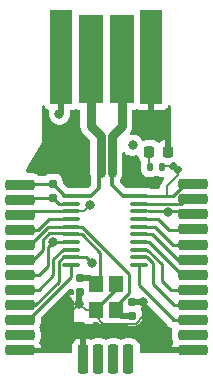
<source format=gbr>
%TF.GenerationSoftware,KiCad,Pcbnew,7.0.10*%
%TF.CreationDate,2024-05-20T03:00:15+05:30*%
%TF.ProjectId,nico-ch32v003-v1,6e69636f-2d63-4683-9332-763030332d76,1.0.1*%
%TF.SameCoordinates,Original*%
%TF.FileFunction,Copper,L1,Top*%
%TF.FilePolarity,Positive*%
%FSLAX46Y46*%
G04 Gerber Fmt 4.6, Leading zero omitted, Abs format (unit mm)*
G04 Created by KiCad (PCBNEW 7.0.10) date 2024-05-20 03:00:15*
%MOMM*%
%LPD*%
G01*
G04 APERTURE LIST*
G04 Aperture macros list*
%AMRoundRect*
0 Rectangle with rounded corners*
0 $1 Rounding radius*
0 $2 $3 $4 $5 $6 $7 $8 $9 X,Y pos of 4 corners*
0 Add a 4 corners polygon primitive as box body*
4,1,4,$2,$3,$4,$5,$6,$7,$8,$9,$2,$3,0*
0 Add four circle primitives for the rounded corners*
1,1,$1+$1,$2,$3*
1,1,$1+$1,$4,$5*
1,1,$1+$1,$6,$7*
1,1,$1+$1,$8,$9*
0 Add four rect primitives between the rounded corners*
20,1,$1+$1,$2,$3,$4,$5,0*
20,1,$1+$1,$4,$5,$6,$7,0*
20,1,$1+$1,$6,$7,$8,$9,0*
20,1,$1+$1,$8,$9,$2,$3,0*%
G04 Aperture macros list end*
%TA.AperFunction,SMDPad,CuDef*%
%ADD10RoundRect,0.160000X0.160000X-0.197500X0.160000X0.197500X-0.160000X0.197500X-0.160000X-0.197500X0*%
%TD*%
%TA.AperFunction,ComponentPad*%
%ADD11RoundRect,0.225000X1.025000X0.225000X-1.025000X0.225000X-1.025000X-0.225000X1.025000X-0.225000X0*%
%TD*%
%TA.AperFunction,SMDPad,CuDef*%
%ADD12R,1.200000X1.400000*%
%TD*%
%TA.AperFunction,SMDPad,CuDef*%
%ADD13RoundRect,0.135000X0.135000X0.185000X-0.135000X0.185000X-0.135000X-0.185000X0.135000X-0.185000X0*%
%TD*%
%TA.AperFunction,SMDPad,CuDef*%
%ADD14RoundRect,0.100000X-0.637500X-0.100000X0.637500X-0.100000X0.637500X0.100000X-0.637500X0.100000X0*%
%TD*%
%TA.AperFunction,ComponentPad*%
%ADD15RoundRect,0.225000X-0.225000X1.025000X-0.225000X-1.025000X0.225000X-1.025000X0.225000X1.025000X0*%
%TD*%
%TA.AperFunction,ComponentPad*%
%ADD16RoundRect,0.225000X-1.025000X-0.225000X1.025000X-0.225000X1.025000X0.225000X-1.025000X0.225000X0*%
%TD*%
%TA.AperFunction,SMDPad,CuDef*%
%ADD17RoundRect,0.155000X0.155000X-0.212500X0.155000X0.212500X-0.155000X0.212500X-0.155000X-0.212500X0*%
%TD*%
%TA.AperFunction,ConnectorPad*%
%ADD18R,1.900000X8.000000*%
%TD*%
%TA.AperFunction,ConnectorPad*%
%ADD19R,2.000000X7.500000*%
%TD*%
%TA.AperFunction,SMDPad,CuDef*%
%ADD20RoundRect,0.135000X0.226274X0.035355X0.035355X0.226274X-0.226274X-0.035355X-0.035355X-0.226274X0*%
%TD*%
%TA.AperFunction,SMDPad,CuDef*%
%ADD21RoundRect,0.155000X-0.155000X0.212500X-0.155000X-0.212500X0.155000X-0.212500X0.155000X0.212500X0*%
%TD*%
%TA.AperFunction,SMDPad,CuDef*%
%ADD22RoundRect,0.218750X0.218750X0.256250X-0.218750X0.256250X-0.218750X-0.256250X0.218750X-0.256250X0*%
%TD*%
%TA.AperFunction,ViaPad*%
%ADD23C,0.800000*%
%TD*%
%TA.AperFunction,Conductor*%
%ADD24C,0.200000*%
%TD*%
%TA.AperFunction,Conductor*%
%ADD25C,0.250000*%
%TD*%
%TA.AperFunction,Conductor*%
%ADD26C,0.500000*%
%TD*%
%TA.AperFunction,Conductor*%
%ADD27C,0.770000*%
%TD*%
%TA.AperFunction,Conductor*%
%ADD28C,0.350000*%
%TD*%
G04 APERTURE END LIST*
D10*
%TO.P,R1,1*%
%TO.N,DFZ*%
X96480400Y-62904700D03*
%TO.P,R1,2*%
%TO.N,D-*%
X96480400Y-61709700D03*
%TD*%
D11*
%TO.P,J3,1,Pin_1*%
%TO.N,GND*%
X93706000Y-75820000D03*
%TO.P,J3,2,Pin_2*%
%TO.N,+5V*%
X93686000Y-74510000D03*
%TO.P,J3,3,Pin_3*%
%TO.N,PC0*%
X93686000Y-73240000D03*
%TO.P,J3,4,Pin_4*%
%TO.N,+3.3V*%
X93686000Y-71970000D03*
%TO.P,J3,5,Pin_5*%
%TO.N,PD0*%
X93716000Y-70660000D03*
%TO.P,J3,6,Pin_6*%
%TO.N,GND*%
X93716000Y-69390000D03*
%TO.P,J3,7,Pin_7*%
%TO.N,OSCO*%
X93716000Y-68120000D03*
%TO.P,J3,8,Pin_8*%
%TO.N,OSCI*%
X93716000Y-66850000D03*
%TO.P,J3,9,Pin_9*%
%TO.N,PD7*%
X93716000Y-65580000D03*
%TO.P,J3,10,Pin_10*%
%TO.N,PD6*%
X93716000Y-64310000D03*
%TO.P,J3,11,Pin_11*%
%TO.N,DFZ*%
X93716000Y-63040000D03*
%TO.P,J3,12,Pin_12*%
%TO.N,D-*%
X93716000Y-61770000D03*
%TD*%
D12*
%TO.P,Y1,1,1*%
%TO.N,OSCI*%
X101814400Y-72416400D03*
%TO.P,Y1,2,2*%
%TO.N,GND*%
X101814400Y-70216400D03*
%TO.P,Y1,3,3*%
%TO.N,OSCO*%
X100114400Y-70216400D03*
%TO.P,Y1,4,4*%
%TO.N,GND*%
X100114400Y-72416400D03*
%TD*%
D13*
%TO.P,R2,1*%
%TO.N,Net-(JP1-B)*%
X105730000Y-60310000D03*
%TO.P,R2,2*%
%TO.N,Net-(D1-A)*%
X104710000Y-60310000D03*
%TD*%
D14*
%TO.P,U1,1,PD4*%
%TO.N,D-*%
X98037500Y-62735000D03*
%TO.P,U1,2,PD5*%
%TO.N,DFZ*%
X98037500Y-63385000D03*
%TO.P,U1,3,PD6*%
%TO.N,PD6*%
X98037500Y-64035000D03*
%TO.P,U1,4,PD7*%
%TO.N,PD7*%
X98037500Y-64685000D03*
%TO.P,U1,5,PA1*%
%TO.N,OSCI*%
X98037500Y-65335000D03*
%TO.P,U1,6,PA2*%
%TO.N,OSCO*%
X98037500Y-65985000D03*
%TO.P,U1,7,VSS*%
%TO.N,GND*%
X98037500Y-66635000D03*
%TO.P,U1,8,PD0*%
%TO.N,PD0*%
X98037500Y-67285000D03*
%TO.P,U1,9,VDD*%
%TO.N,+3.3V*%
X98037500Y-67935000D03*
%TO.P,U1,10,PC0*%
%TO.N,PC0*%
X98037500Y-68585000D03*
%TO.P,U1,11,PC1*%
%TO.N,PC1*%
X103762500Y-68585000D03*
%TO.P,U1,12,PC2*%
%TO.N,PC2*%
X103762500Y-67935000D03*
%TO.P,U1,13,PC3*%
%TO.N,PC3*%
X103762500Y-67285000D03*
%TO.P,U1,14,PC4*%
%TO.N,PC4*%
X103762500Y-66635000D03*
%TO.P,U1,15,PC5*%
%TO.N,PC5*%
X103762500Y-65985000D03*
%TO.P,U1,16,PC6*%
%TO.N,PC6*%
X103762500Y-65335000D03*
%TO.P,U1,17,PC7*%
%TO.N,PC7*%
X103762500Y-64685000D03*
%TO.P,U1,18,PD1*%
%TO.N,PD1*%
X103762500Y-64035000D03*
%TO.P,U1,19,PD2*%
%TO.N,PD2*%
X103762500Y-63385000D03*
%TO.P,U1,20,PD3*%
%TO.N,D+*%
X103762500Y-62735000D03*
%TD*%
D15*
%TO.P,J4,1,Pin_1*%
%TO.N,+3.3V*%
X102880000Y-76550000D03*
%TO.P,J4,2,Pin_2*%
%TO.N,PD1*%
X101610000Y-76550000D03*
%TO.P,J4,3,Pin_3*%
%TO.N,PD6*%
X100340000Y-76550000D03*
%TO.P,J4,4,Pin_4*%
%TO.N,GND*%
X99070000Y-76550000D03*
%TD*%
D16*
%TO.P,J2,1,Pin_1*%
%TO.N,D+*%
X108336000Y-61720000D03*
%TO.P,J2,2,Pin_2*%
%TO.N,PD2*%
X108356000Y-63030000D03*
%TO.P,J2,3,Pin_3*%
%TO.N,PD1*%
X108356000Y-64300000D03*
%TO.P,J2,4,Pin_4*%
%TO.N,PC7*%
X108356000Y-65570000D03*
%TO.P,J2,5,Pin_5*%
%TO.N,PC6*%
X108326000Y-66880000D03*
%TO.P,J2,6,Pin_6*%
%TO.N,PC5*%
X108326000Y-68150000D03*
%TO.P,J2,7,Pin_7*%
%TO.N,PC4*%
X108326000Y-69420000D03*
%TO.P,J2,8,Pin_8*%
%TO.N,PC3*%
X108326000Y-70690000D03*
%TO.P,J2,9,Pin_9*%
%TO.N,PC2*%
X108326000Y-71960000D03*
%TO.P,J2,10,Pin_10*%
%TO.N,PC1*%
X108326000Y-73230000D03*
%TO.P,J2,11,Pin_11*%
%TO.N,+3.3V*%
X108326000Y-74500000D03*
%TO.P,J2,12,Pin_12*%
%TO.N,GND*%
X108326000Y-75770000D03*
%TD*%
D17*
%TO.P,C2,1*%
%TO.N,GND*%
X98766400Y-70850300D03*
%TO.P,C2,2*%
%TO.N,OSCO*%
X98766400Y-69715300D03*
%TD*%
D18*
%TO.P,J1,1,VBUS*%
%TO.N,+5V*%
X97191600Y-50931500D03*
D19*
%TO.P,J1,2,D-*%
%TO.N,D-*%
X99701600Y-51181500D03*
%TO.P,J1,3,D+*%
%TO.N,D+*%
X102301600Y-51181500D03*
D18*
%TO.P,J1,4,GND*%
%TO.N,GND*%
X104811600Y-50931500D03*
%TD*%
D20*
%TO.P,JP1,1,A*%
%TO.N,D+*%
X107070000Y-60580000D03*
%TO.P,JP1,2,B*%
%TO.N,Net-(JP1-B)*%
X106666949Y-60176949D03*
%TD*%
D21*
%TO.P,C1,1*%
%TO.N,GND*%
X103186000Y-71747300D03*
%TO.P,C1,2*%
%TO.N,OSCI*%
X103186000Y-72882300D03*
%TD*%
D22*
%TO.P,D1,1,K*%
%TO.N,GND*%
X106227500Y-58980000D03*
%TO.P,D1,2,A*%
%TO.N,Net-(D1-A)*%
X104652500Y-58980000D03*
%TD*%
D23*
%TO.N,+5V*%
X97039200Y-55804800D03*
X103236800Y-58446400D03*
%TO.N,GND*%
X104151200Y-71756000D03*
X96480400Y-66625200D03*
X100114400Y-72416400D03*
X98715600Y-71857600D03*
X105420000Y-75470000D03*
X104964000Y-55855600D03*
X98461600Y-58395600D03*
X97110000Y-75210000D03*
X105420000Y-61480000D03*
X101814400Y-70216400D03*
%TO.N,+3.3V*%
X99782400Y-68454000D03*
%TO.N,PD1*%
X106200000Y-64110000D03*
%TO.N,PD6*%
X99614392Y-63509257D03*
%TD*%
D24*
%TO.N,D+*%
X107070000Y-61000000D02*
X107070000Y-60580000D01*
X106140000Y-62735000D02*
X106140000Y-61930000D01*
X106140000Y-61930000D02*
X107070000Y-61000000D01*
%TO.N,GND*%
X97320000Y-75000000D02*
X97110000Y-75210000D01*
X106227500Y-57119100D02*
X104964000Y-55855600D01*
X106227500Y-58980000D02*
X106227500Y-57119100D01*
%TO.N,Net-(D1-A)*%
X104652500Y-58980000D02*
X104652500Y-60252500D01*
X104652500Y-60252500D02*
X104710000Y-60310000D01*
%TO.N,Net-(JP1-B)*%
X105863051Y-60176949D02*
X105730000Y-60310000D01*
X106666949Y-60176949D02*
X105863051Y-60176949D01*
D25*
%TO.N,D+*%
X106140000Y-62735000D02*
X106673030Y-62735000D01*
X103762500Y-62735000D02*
X106140000Y-62735000D01*
D26*
%TO.N,+5V*%
X97191600Y-50931500D02*
X97191600Y-55652400D01*
X97191600Y-55652400D02*
X97039200Y-55804800D01*
%TO.N,GND*%
X98715600Y-70901100D02*
X98766400Y-70850300D01*
D24*
X104151200Y-72932362D02*
X103533762Y-73549800D01*
X104151200Y-71756000D02*
X104151200Y-72932362D01*
D25*
X98037500Y-66635000D02*
X96490200Y-66635000D01*
D26*
X98715600Y-71857600D02*
X98715600Y-70901100D01*
X104811600Y-50931500D02*
X104811600Y-55703200D01*
D24*
X100114400Y-72416400D02*
X99274400Y-72416400D01*
D25*
X100114400Y-72416400D02*
X100114400Y-72316400D01*
X96075000Y-68641000D02*
X95317885Y-69398115D01*
D26*
X103186000Y-71747300D02*
X104142500Y-71747300D01*
D24*
X100114400Y-72924400D02*
X100114400Y-72416400D01*
D25*
X100114400Y-72316400D02*
X101814400Y-70616400D01*
D24*
X100739800Y-73549800D02*
X100114400Y-72924400D01*
X97110000Y-73463200D02*
X97110000Y-75210000D01*
X103533762Y-73549800D02*
X100739800Y-73549800D01*
D25*
X95317885Y-69398115D02*
X94366096Y-69398115D01*
X96490200Y-66635000D02*
X96480400Y-66625200D01*
D26*
X100114400Y-72416400D02*
X100114400Y-72198300D01*
D24*
X98715600Y-71857600D02*
X97110000Y-73463200D01*
D26*
X104142500Y-71747300D02*
X104151200Y-71756000D01*
D25*
X96075000Y-67030600D02*
X96075000Y-68641000D01*
X96480400Y-66625200D02*
X96075000Y-67030600D01*
X101814400Y-70616400D02*
X101814400Y-70216400D01*
D24*
X99274400Y-72416400D02*
X98715600Y-71857600D01*
D26*
X104811600Y-55703200D02*
X104964000Y-55855600D01*
D25*
%TO.N,+3.3V*%
X96975000Y-68306188D02*
X96975000Y-70012262D01*
X99263400Y-67935000D02*
X98037500Y-67935000D01*
X96975000Y-70012262D02*
X95009237Y-71978025D01*
X99782400Y-68454000D02*
X99263400Y-67935000D01*
X95009237Y-71978025D02*
X94372493Y-71978025D01*
X97346188Y-67935000D02*
X96975000Y-68306188D01*
X98037500Y-67935000D02*
X97346188Y-67935000D01*
D27*
%TO.N,D-*%
X99701600Y-51181500D02*
X99701600Y-56806501D01*
D25*
X96480400Y-61709700D02*
X94439447Y-61709700D01*
X97505700Y-62735000D02*
X96480400Y-61709700D01*
D28*
X100392000Y-62053200D02*
X100392000Y-60982400D01*
D25*
X98037500Y-62735000D02*
X97505700Y-62735000D01*
D28*
X99710200Y-62735000D02*
X100392000Y-62053200D01*
D25*
X94439447Y-61709700D02*
X94369147Y-61780000D01*
X100392000Y-60982400D02*
X100540400Y-60834000D01*
D27*
X100540400Y-57645301D02*
X100540400Y-60834000D01*
D28*
X98037500Y-62735000D02*
X99710200Y-62735000D01*
D27*
X99701600Y-56806501D02*
X100540400Y-57645301D01*
%TO.N,D+*%
X102301600Y-51181500D02*
X102301600Y-56806501D01*
D28*
X101462800Y-61803200D02*
X101462800Y-60834000D01*
D25*
X106673030Y-62735000D02*
X107658607Y-61749423D01*
D28*
X103762500Y-62735000D02*
X102394600Y-62735000D01*
D27*
X101462800Y-57645301D02*
X101462800Y-60834000D01*
X102301600Y-56806501D02*
X101462800Y-57645301D01*
D28*
X102394600Y-62735000D02*
X101462800Y-61803200D01*
D25*
%TO.N,DFZ*%
X96960700Y-63385000D02*
X96480400Y-62904700D01*
X98037500Y-63385000D02*
X96960700Y-63385000D01*
X96480400Y-62904700D02*
X94514079Y-62904700D01*
X94514079Y-62904700D02*
X94368227Y-63050552D01*
%TO.N,OSCI*%
X98037500Y-65335000D02*
X98949400Y-65335000D01*
X94583349Y-66860550D02*
X94365468Y-66860550D01*
X102952787Y-70929895D02*
X101814400Y-72068282D01*
X101814400Y-72068282D02*
X101814400Y-72416400D01*
D26*
X101814400Y-72416400D02*
X102280300Y-72882300D01*
D25*
X96108899Y-65335000D02*
X94583349Y-66860550D01*
X102952787Y-69338387D02*
X102952787Y-70929895D01*
X98949400Y-65335000D02*
X102952787Y-69338387D01*
D26*
X102280300Y-72882300D02*
X103186000Y-72882300D01*
D25*
X98037500Y-65335000D02*
X96108899Y-65335000D01*
%TO.N,OSCO*%
X98037500Y-65985000D02*
X98963004Y-65985000D01*
X98963004Y-65985000D02*
X100507400Y-67529396D01*
D26*
X100114400Y-70216400D02*
X99613300Y-69715300D01*
D25*
X98037500Y-65985000D02*
X97952700Y-65900200D01*
X95625000Y-66455295D02*
X95625000Y-67319052D01*
X100507400Y-67529396D02*
X100507400Y-70361400D01*
X94814052Y-68130000D02*
X94364549Y-68130000D01*
X97952700Y-65900200D02*
X96180095Y-65900200D01*
D26*
X99613300Y-69715300D02*
X98766400Y-69715300D01*
D25*
X96180095Y-65900200D02*
X95625000Y-66455295D01*
X95625000Y-67319052D02*
X94814052Y-68130000D01*
%TO.N,PD2*%
X103762500Y-63385000D02*
X107332135Y-63385000D01*
X107332135Y-63385000D02*
X107657726Y-63059409D01*
D24*
%TO.N,PD1*%
X103762500Y-64035000D02*
X104540000Y-64035000D01*
D25*
X104540000Y-64035000D02*
X106125000Y-64035000D01*
X106200000Y-64110000D02*
X106275000Y-64035000D01*
X106275000Y-64035000D02*
X107362463Y-64035000D01*
X107362463Y-64035000D02*
X107656871Y-64329408D01*
X106125000Y-64035000D02*
X106200000Y-64110000D01*
%TO.N,PC7*%
X106315408Y-65599408D02*
X107656016Y-65599408D01*
X105401000Y-64685000D02*
X106315408Y-65599408D01*
X103762500Y-64685000D02*
X105401000Y-64685000D01*
%TO.N,PC6*%
X103762500Y-65335000D02*
X105101000Y-65335000D01*
X105101000Y-65335000D02*
X106675427Y-66909427D01*
X106675427Y-66909427D02*
X107655134Y-66909427D01*
%TO.N,PC5*%
X104865000Y-65985000D02*
X107059427Y-68179427D01*
X107059427Y-68179427D02*
X107654280Y-68179427D01*
X103762500Y-65985000D02*
X104865000Y-65985000D01*
%TO.N,PC4*%
X107400000Y-69450000D02*
X107653425Y-69450000D01*
X103762500Y-66635000D02*
X104585000Y-66635000D01*
X104585000Y-66635000D02*
X107400000Y-69450000D01*
%TO.N,PC3*%
X106459427Y-70719427D02*
X107652571Y-70719427D01*
X105690000Y-69950000D02*
X106459427Y-70719427D01*
X105690000Y-68521188D02*
X105690000Y-69950000D01*
X103762500Y-67285000D02*
X104453812Y-67285000D01*
X104453812Y-67285000D02*
X105690000Y-68521188D01*
%TO.N,PC2*%
X103762500Y-67935000D02*
X104453812Y-67935000D01*
X104960000Y-68441188D02*
X104960000Y-70180000D01*
X106769425Y-71989425D02*
X107651716Y-71989425D01*
X104453812Y-67935000D02*
X104960000Y-68441188D01*
X104960000Y-70180000D02*
X106769425Y-71989425D01*
%TO.N,PC1*%
X106729425Y-73259425D02*
X107650861Y-73259425D01*
X103762500Y-70292500D02*
X106729425Y-73259425D01*
D24*
X106656977Y-73331873D02*
X106729425Y-73259425D01*
D25*
X103762500Y-68585000D02*
X103762500Y-70292500D01*
%TO.N,PC0*%
X98037500Y-69586158D02*
X94375641Y-73248017D01*
X98037500Y-68585000D02*
X98037500Y-69586158D01*
%TO.N,PD0*%
X98037500Y-67285000D02*
X97346188Y-67285000D01*
X96525000Y-69431000D02*
X95287892Y-70668108D01*
X96525000Y-68106188D02*
X96525000Y-69431000D01*
X97346188Y-67285000D02*
X96525000Y-68106188D01*
X95287892Y-70668108D02*
X94369245Y-70668108D01*
%TO.N,PD7*%
X98037500Y-64685000D02*
X96122503Y-64685000D01*
X96122503Y-64685000D02*
X95216952Y-65590551D01*
X95216952Y-65590551D02*
X94366388Y-65590551D01*
D24*
%TO.N,PD6*%
X99088649Y-64035000D02*
X99614392Y-63509257D01*
D25*
X94652858Y-64035000D02*
X94367307Y-64320551D01*
X98037500Y-64035000D02*
X94652858Y-64035000D01*
D24*
X98037500Y-64035000D02*
X99088649Y-64035000D01*
%TD*%
%TA.AperFunction,Conductor*%
%TO.N,GND*%
G36*
X98196451Y-70619985D02*
G01*
X98242206Y-70672789D01*
X98253411Y-70723712D01*
X98254605Y-70975712D01*
X98235238Y-71042844D01*
X98182651Y-71088849D01*
X98130606Y-71100300D01*
X97956400Y-71100300D01*
X97956400Y-71128957D01*
X97959321Y-71166077D01*
X97959322Y-71166083D01*
X98005491Y-71324994D01*
X98005492Y-71324997D01*
X98089733Y-71467442D01*
X98089739Y-71467450D01*
X98206751Y-71584462D01*
X98209961Y-71586952D01*
X98211833Y-71589544D01*
X98212271Y-71589982D01*
X98212200Y-71590052D01*
X98250869Y-71643593D01*
X98257962Y-71684345D01*
X98264539Y-73071748D01*
X98266000Y-73380000D01*
X99026394Y-73381437D01*
X99093392Y-73401247D01*
X99125423Y-73431126D01*
X99157206Y-73473584D01*
X99157214Y-73473591D01*
X99272306Y-73559750D01*
X99272313Y-73559754D01*
X99407020Y-73609996D01*
X99407027Y-73609998D01*
X99466555Y-73616399D01*
X99466572Y-73616400D01*
X99864400Y-73616400D01*
X99864400Y-73507255D01*
X99884085Y-73440216D01*
X99936889Y-73394461D01*
X99988630Y-73383256D01*
X100240636Y-73383732D01*
X100307637Y-73403544D01*
X100353292Y-73456434D01*
X100364400Y-73507732D01*
X100364400Y-73616400D01*
X100762228Y-73616400D01*
X100762244Y-73616399D01*
X100821772Y-73609998D01*
X100821776Y-73609997D01*
X100920351Y-73573231D01*
X100990043Y-73568247D01*
X101007018Y-73573231D01*
X101106917Y-73610491D01*
X101106916Y-73610491D01*
X101113844Y-73611235D01*
X101166527Y-73616900D01*
X102110996Y-73616899D01*
X102139593Y-73620242D01*
X102164557Y-73626158D01*
X102192579Y-73632800D01*
X102192580Y-73632800D01*
X102199753Y-73633639D01*
X102199746Y-73633697D01*
X102207246Y-73634463D01*
X102207252Y-73634404D01*
X102214441Y-73635033D01*
X102214443Y-73635032D01*
X102214444Y-73635033D01*
X102289411Y-73632852D01*
X102293017Y-73632800D01*
X102619070Y-73632800D01*
X102682191Y-73650068D01*
X102768598Y-73701169D01*
X102768600Y-73701170D01*
X102768601Y-73701170D01*
X102768603Y-73701171D01*
X102927637Y-73747375D01*
X102927640Y-73747375D01*
X102927642Y-73747376D01*
X102964797Y-73750300D01*
X103407202Y-73750299D01*
X103444358Y-73747376D01*
X103603400Y-73701170D01*
X103745954Y-73616863D01*
X103863063Y-73499754D01*
X103947370Y-73357200D01*
X103993576Y-73198158D01*
X103996500Y-73161003D01*
X103996499Y-72603598D01*
X103993576Y-72566442D01*
X103947370Y-72407400D01*
X103929644Y-72377428D01*
X103912462Y-72309705D01*
X103929646Y-72251186D01*
X103946905Y-72222002D01*
X103946908Y-72221994D01*
X103993077Y-72063083D01*
X103993078Y-72063077D01*
X103995999Y-72025957D01*
X103996000Y-72025942D01*
X103996000Y-71997300D01*
X103680000Y-71997300D01*
X103612961Y-71977615D01*
X103567206Y-71924811D01*
X103556000Y-71873300D01*
X103556000Y-71621300D01*
X103575685Y-71554261D01*
X103628489Y-71508506D01*
X103680000Y-71497300D01*
X104031348Y-71497300D01*
X104098387Y-71516985D01*
X104119029Y-71533619D01*
X106052998Y-73467588D01*
X106079878Y-73507816D01*
X106132312Y-73634404D01*
X106132441Y-73634714D01*
X106228695Y-73760155D01*
X106354136Y-73856409D01*
X106500215Y-73916917D01*
X106500220Y-73916917D01*
X106508065Y-73919020D01*
X106507734Y-73920254D01*
X106564074Y-73945177D01*
X106602546Y-74003501D01*
X106603379Y-74073366D01*
X106601701Y-74078853D01*
X106585651Y-74127291D01*
X106575500Y-74226647D01*
X106575500Y-74773337D01*
X106575501Y-74773355D01*
X106585650Y-74872707D01*
X106585651Y-74872710D01*
X106638996Y-75033694D01*
X106638998Y-75033699D01*
X106661623Y-75070379D01*
X106680063Y-75137772D01*
X106661623Y-75200572D01*
X106639456Y-75236509D01*
X106639452Y-75236518D01*
X106586144Y-75397393D01*
X106576000Y-75496677D01*
X106576000Y-75520000D01*
X107649756Y-75520000D01*
X107716795Y-75539685D01*
X107762550Y-75592489D01*
X107773756Y-75644084D01*
X107773586Y-75896084D01*
X107753856Y-75963110D01*
X107701021Y-76008829D01*
X107649586Y-76020000D01*
X106559524Y-76020000D01*
X106534497Y-76033666D01*
X106508139Y-76036500D01*
X103954499Y-76036500D01*
X103887460Y-76016815D01*
X103841705Y-75964011D01*
X103830499Y-75912500D01*
X103830499Y-75476662D01*
X103830498Y-75476644D01*
X103820349Y-75377292D01*
X103820348Y-75377289D01*
X103767003Y-75216303D01*
X103766999Y-75216297D01*
X103766998Y-75216294D01*
X103677970Y-75071959D01*
X103677967Y-75071955D01*
X103558044Y-74952032D01*
X103558040Y-74952029D01*
X103413705Y-74863001D01*
X103413699Y-74862998D01*
X103413697Y-74862997D01*
X103413694Y-74862996D01*
X103252709Y-74809651D01*
X103153346Y-74799500D01*
X102606662Y-74799500D01*
X102606644Y-74799501D01*
X102507292Y-74809650D01*
X102507289Y-74809651D01*
X102346305Y-74862996D01*
X102346296Y-74863001D01*
X102310096Y-74885329D01*
X102242703Y-74903769D01*
X102179904Y-74885329D01*
X102155907Y-74870528D01*
X102143697Y-74862997D01*
X102143694Y-74862996D01*
X101982709Y-74809651D01*
X101883346Y-74799500D01*
X101336662Y-74799500D01*
X101336644Y-74799501D01*
X101237292Y-74809650D01*
X101237289Y-74809651D01*
X101076305Y-74862996D01*
X101076296Y-74863001D01*
X101040096Y-74885329D01*
X100972703Y-74903769D01*
X100909904Y-74885329D01*
X100885907Y-74870528D01*
X100873697Y-74862997D01*
X100873694Y-74862996D01*
X100712709Y-74809651D01*
X100613346Y-74799500D01*
X100066662Y-74799500D01*
X100066644Y-74799501D01*
X99967292Y-74809650D01*
X99967289Y-74809651D01*
X99806305Y-74862996D01*
X99806291Y-74863003D01*
X99769618Y-74885623D01*
X99702226Y-74904063D01*
X99639426Y-74885622D01*
X99603492Y-74863457D01*
X99603481Y-74863452D01*
X99442606Y-74810144D01*
X99343322Y-74800000D01*
X99320000Y-74800000D01*
X99320000Y-75912500D01*
X99300315Y-75979539D01*
X99247511Y-76025294D01*
X99196000Y-76036500D01*
X98944000Y-76036500D01*
X98876961Y-76016815D01*
X98831206Y-75964011D01*
X98820000Y-75912500D01*
X98820000Y-74799999D01*
X98796693Y-74800000D01*
X98796674Y-74800001D01*
X98697392Y-74810144D01*
X98536518Y-74863452D01*
X98536507Y-74863457D01*
X98392271Y-74952424D01*
X98392267Y-74952427D01*
X98272427Y-75072267D01*
X98272424Y-75072271D01*
X98183457Y-75216507D01*
X98183452Y-75216518D01*
X98130144Y-75377393D01*
X98120000Y-75476677D01*
X98120000Y-75912500D01*
X98100315Y-75979539D01*
X98047511Y-76025294D01*
X97996000Y-76036500D01*
X94381748Y-76036500D01*
X94314709Y-76016815D01*
X94268954Y-75964011D01*
X94257748Y-75912808D01*
X94257206Y-75694308D01*
X94276725Y-75627220D01*
X94329415Y-75581334D01*
X94381206Y-75570000D01*
X95455999Y-75570000D01*
X95455999Y-75546692D01*
X95455998Y-75546677D01*
X95445855Y-75447392D01*
X95392547Y-75286518D01*
X95392542Y-75286507D01*
X95348041Y-75214360D01*
X95329600Y-75146968D01*
X95348042Y-75084164D01*
X95355381Y-75072267D01*
X95373003Y-75043697D01*
X95426349Y-74882708D01*
X95436500Y-74783345D01*
X95436499Y-74236656D01*
X95435477Y-74226655D01*
X95426349Y-74137292D01*
X95426348Y-74137289D01*
X95382015Y-74003501D01*
X95373003Y-73976303D01*
X95350670Y-73940096D01*
X95332229Y-73872707D01*
X95350670Y-73809903D01*
X95373003Y-73773697D01*
X95426349Y-73612708D01*
X95436500Y-73513345D01*
X95436499Y-73123108D01*
X95456183Y-73056070D01*
X95472813Y-73035433D01*
X97871629Y-70636617D01*
X97932950Y-70603134D01*
X97959308Y-70600300D01*
X98129412Y-70600300D01*
X98196451Y-70619985D01*
G37*
%TD.AperFunction*%
%TA.AperFunction,Conductor*%
G36*
X102553503Y-59034714D02*
G01*
X102564443Y-59045448D01*
X102630929Y-59119288D01*
X102784065Y-59230548D01*
X102784070Y-59230551D01*
X102956992Y-59307542D01*
X102956997Y-59307544D01*
X103142154Y-59346900D01*
X103142155Y-59346900D01*
X103331444Y-59346900D01*
X103331446Y-59346900D01*
X103516603Y-59307544D01*
X103552099Y-59291739D01*
X103621348Y-59282454D01*
X103684625Y-59312082D01*
X103721839Y-59371216D01*
X103723785Y-59379050D01*
X103724561Y-59382677D01*
X103777450Y-59542284D01*
X103777455Y-59542295D01*
X103865716Y-59685387D01*
X103865719Y-59685391D01*
X103949640Y-59769312D01*
X103983125Y-59830635D01*
X103981035Y-59891588D01*
X103942335Y-60024791D01*
X103942334Y-60024797D01*
X103939500Y-60060811D01*
X103939500Y-60559169D01*
X103939501Y-60559191D01*
X103942335Y-60595205D01*
X103987129Y-60749388D01*
X103987131Y-60749393D01*
X104068863Y-60887595D01*
X104068869Y-60887603D01*
X104182396Y-61001130D01*
X104182400Y-61001133D01*
X104182402Y-61001135D01*
X104320607Y-61082869D01*
X104351885Y-61091956D01*
X104474791Y-61127664D01*
X104474794Y-61127664D01*
X104474796Y-61127665D01*
X104510819Y-61130500D01*
X104909180Y-61130499D01*
X104945204Y-61127665D01*
X105099393Y-61082869D01*
X105156882Y-61048869D01*
X105224602Y-61031688D01*
X105283117Y-61048869D01*
X105340607Y-61082869D01*
X105340610Y-61082869D01*
X105340612Y-61082871D01*
X105494791Y-61127664D01*
X105494794Y-61127664D01*
X105494796Y-61127665D01*
X105530819Y-61130500D01*
X105790903Y-61130499D01*
X105857941Y-61150183D01*
X105903696Y-61202987D01*
X105913640Y-61272146D01*
X105884615Y-61335701D01*
X105878583Y-61342180D01*
X105748965Y-61471798D01*
X105736775Y-61482489D01*
X105711716Y-61501718D01*
X105641343Y-61593432D01*
X105633155Y-61604104D01*
X105620494Y-61620604D01*
X105615462Y-61627162D01*
X105615461Y-61627163D01*
X105554957Y-61773234D01*
X105554955Y-61773239D01*
X105534318Y-61929998D01*
X105534318Y-61929999D01*
X105538439Y-61961301D01*
X105539500Y-61977487D01*
X105539500Y-61985500D01*
X105519815Y-62052539D01*
X105467011Y-62098294D01*
X105415500Y-62109500D01*
X104725179Y-62109500D01*
X104677726Y-62100061D01*
X104659974Y-62092708D01*
X104556762Y-62049956D01*
X104556760Y-62049955D01*
X104439370Y-62034501D01*
X104439367Y-62034500D01*
X104439361Y-62034500D01*
X104439354Y-62034500D01*
X103085636Y-62034500D01*
X102968246Y-62049953D01*
X102968238Y-62049956D01*
X102967981Y-62050062D01*
X102967442Y-62050169D01*
X102960392Y-62052059D01*
X102960268Y-62051596D01*
X102920532Y-62059500D01*
X102725764Y-62059500D01*
X102658725Y-62039815D01*
X102638083Y-62023181D01*
X102174619Y-61559717D01*
X102141134Y-61498394D01*
X102138300Y-61472036D01*
X102138300Y-61454739D01*
X102157985Y-61387700D01*
X102170152Y-61371765D01*
X102183131Y-61357351D01*
X102276201Y-61196149D01*
X102333721Y-61019120D01*
X102348300Y-60880411D01*
X102348300Y-59128427D01*
X102367985Y-59061388D01*
X102420789Y-59015633D01*
X102489947Y-59005689D01*
X102553503Y-59034714D01*
G37*
%TD.AperFunction*%
%TA.AperFunction,Conductor*%
G36*
X95745103Y-55075936D02*
G01*
X95780082Y-55126317D01*
X95797801Y-55173826D01*
X95797806Y-55173835D01*
X95884052Y-55289044D01*
X95884055Y-55289047D01*
X95999264Y-55375293D01*
X95999271Y-55375297D01*
X96095457Y-55411172D01*
X96151391Y-55453043D01*
X96175808Y-55518507D01*
X96170055Y-55565672D01*
X96153526Y-55616544D01*
X96133740Y-55804800D01*
X96153526Y-55993056D01*
X96153527Y-55993059D01*
X96212018Y-56173077D01*
X96212021Y-56173084D01*
X96306667Y-56337016D01*
X96399137Y-56439714D01*
X96433329Y-56477688D01*
X96586465Y-56588948D01*
X96586470Y-56588951D01*
X96759392Y-56665942D01*
X96759397Y-56665944D01*
X96944554Y-56705300D01*
X96944555Y-56705300D01*
X97133844Y-56705300D01*
X97133846Y-56705300D01*
X97319003Y-56665944D01*
X97491930Y-56588951D01*
X97645071Y-56477688D01*
X97771733Y-56337016D01*
X97866379Y-56173084D01*
X97924874Y-55993056D01*
X97944660Y-55804800D01*
X97941307Y-55772897D01*
X97941467Y-55745531D01*
X97942940Y-55732938D01*
X97942998Y-55732944D01*
X97943764Y-55725456D01*
X97943704Y-55725451D01*
X97944333Y-55718260D01*
X97942152Y-55643289D01*
X97942100Y-55639683D01*
X97942100Y-55555999D01*
X97961785Y-55488960D01*
X98014589Y-55443205D01*
X98066100Y-55431999D01*
X98189471Y-55431999D01*
X98189472Y-55431999D01*
X98249083Y-55425591D01*
X98378269Y-55377407D01*
X98447958Y-55372424D01*
X98464922Y-55377404D01*
X98555458Y-55411172D01*
X98592792Y-55425097D01*
X98594117Y-55425591D01*
X98653727Y-55432000D01*
X98692099Y-55431999D01*
X98759137Y-55451682D01*
X98804893Y-55504485D01*
X98816100Y-55555999D01*
X98816100Y-56727048D01*
X98814573Y-56746447D01*
X98812442Y-56759900D01*
X98815930Y-56826455D01*
X98816100Y-56832945D01*
X98816100Y-56852914D01*
X98818187Y-56872773D01*
X98818696Y-56879241D01*
X98822183Y-56945786D01*
X98825709Y-56958943D01*
X98829254Y-56978069D01*
X98830678Y-56991616D01*
X98830681Y-56991628D01*
X98851269Y-57054993D01*
X98853112Y-57061215D01*
X98870360Y-57125583D01*
X98876544Y-57137720D01*
X98883989Y-57155694D01*
X98888199Y-57168650D01*
X98918166Y-57220556D01*
X98921516Y-57226358D01*
X98924611Y-57232060D01*
X98954862Y-57291431D01*
X98954864Y-57291433D01*
X98954866Y-57291436D01*
X98963440Y-57302024D01*
X98974461Y-57318060D01*
X98981269Y-57329853D01*
X98981271Y-57329855D01*
X99025859Y-57379375D01*
X99030077Y-57384314D01*
X99042636Y-57399824D01*
X99042644Y-57399833D01*
X99056763Y-57413952D01*
X99061231Y-57418660D01*
X99105820Y-57468180D01*
X99105821Y-57468181D01*
X99116841Y-57476187D01*
X99131636Y-57488824D01*
X99618581Y-57975768D01*
X99652066Y-58037091D01*
X99654900Y-58063449D01*
X99654900Y-60880411D01*
X99657534Y-60905467D01*
X99669479Y-61019122D01*
X99669480Y-61019124D01*
X99684229Y-61064515D01*
X99705668Y-61130500D01*
X99710431Y-61145157D01*
X99716500Y-61183475D01*
X99716500Y-61722037D01*
X99696815Y-61789076D01*
X99680181Y-61809718D01*
X99466718Y-62023181D01*
X99405395Y-62056666D01*
X99379037Y-62059500D01*
X98879468Y-62059500D01*
X98839736Y-62051597D01*
X98839613Y-62052060D01*
X98832557Y-62050169D01*
X98832018Y-62050062D01*
X98831762Y-62049956D01*
X98831760Y-62049955D01*
X98714370Y-62034501D01*
X98714367Y-62034500D01*
X98714361Y-62034500D01*
X98714354Y-62034500D01*
X97741153Y-62034500D01*
X97674114Y-62014815D01*
X97653472Y-61998181D01*
X97337218Y-61681927D01*
X97303733Y-61620604D01*
X97300899Y-61594246D01*
X97300899Y-61458811D01*
X97294853Y-61392273D01*
X97294852Y-61392270D01*
X97294852Y-61392267D01*
X97247133Y-61239131D01*
X97247132Y-61239129D01*
X97164157Y-61101870D01*
X97164153Y-61101865D01*
X97050734Y-60988446D01*
X97050729Y-60988442D01*
X96913470Y-60905467D01*
X96913466Y-60905465D01*
X96760333Y-60857748D01*
X96760335Y-60857748D01*
X96733712Y-60855328D01*
X96693781Y-60851700D01*
X96693778Y-60851700D01*
X96267011Y-60851700D01*
X96200473Y-60857746D01*
X96200466Y-60857748D01*
X96047333Y-60905465D01*
X96047329Y-60905467D01*
X95910070Y-60988442D01*
X95910065Y-60988446D01*
X95850631Y-61047881D01*
X95789308Y-61081366D01*
X95762950Y-61084200D01*
X95357574Y-61084200D01*
X95290535Y-61064515D01*
X95269893Y-61047881D01*
X95194044Y-60972032D01*
X95194040Y-60972029D01*
X95049705Y-60883001D01*
X95049699Y-60882998D01*
X95049697Y-60882997D01*
X94973494Y-60857746D01*
X94888709Y-60829651D01*
X94789352Y-60819500D01*
X94789345Y-60819500D01*
X94369432Y-60819500D01*
X94302393Y-60799815D01*
X94256638Y-60747011D01*
X94245432Y-60695411D01*
X94245530Y-60559169D01*
X94245584Y-60484127D01*
X94260150Y-60425907D01*
X94358649Y-60241060D01*
X94360689Y-60237388D01*
X95438500Y-58371946D01*
X95447478Y-58358515D01*
X95466086Y-58334267D01*
X95495167Y-58264057D01*
X95524832Y-58192506D01*
X95524832Y-58192498D01*
X95524877Y-58192332D01*
X95524881Y-58192324D01*
X95535109Y-58114632D01*
X95544934Y-58040189D01*
X95540955Y-58009887D01*
X95539900Y-57993743D01*
X95539900Y-55169649D01*
X95559585Y-55102610D01*
X95612389Y-55056855D01*
X95681547Y-55046911D01*
X95745103Y-55075936D01*
G37*
%TD.AperFunction*%
%TA.AperFunction,Conductor*%
G36*
X105004639Y-50701185D02*
G01*
X105050394Y-50753989D01*
X105061600Y-50805500D01*
X105061600Y-55431500D01*
X105809428Y-55431500D01*
X105809444Y-55431499D01*
X105868972Y-55425098D01*
X105868979Y-55425096D01*
X106003686Y-55374854D01*
X106003693Y-55374850D01*
X106118787Y-55288690D01*
X106118790Y-55288687D01*
X106204950Y-55173593D01*
X106204954Y-55173586D01*
X106223118Y-55124887D01*
X106264989Y-55068953D01*
X106330453Y-55044536D01*
X106398726Y-55059387D01*
X106448132Y-55108792D01*
X106463300Y-55168220D01*
X106463300Y-57942943D01*
X106462245Y-57959087D01*
X106458266Y-57989388D01*
X106468085Y-58063794D01*
X106468087Y-58063832D01*
X106468090Y-58063832D01*
X106476439Y-58127244D01*
X106477500Y-58143430D01*
X106477500Y-59106000D01*
X106457815Y-59173039D01*
X106405011Y-59218794D01*
X106353500Y-59230000D01*
X106101500Y-59230000D01*
X106034461Y-59210315D01*
X105988706Y-59157511D01*
X105977500Y-59106000D01*
X105977500Y-58004999D01*
X105960856Y-58005000D01*
X105862415Y-58015057D01*
X105702927Y-58067906D01*
X105702922Y-58067908D01*
X105559919Y-58156114D01*
X105528033Y-58188000D01*
X105466709Y-58221485D01*
X105397018Y-58216499D01*
X105352673Y-58188000D01*
X105320392Y-58155719D01*
X105320387Y-58155716D01*
X105177295Y-58067455D01*
X105177289Y-58067452D01*
X105177287Y-58067451D01*
X105017685Y-58014564D01*
X105017683Y-58014563D01*
X104919181Y-58004500D01*
X104919174Y-58004500D01*
X104385826Y-58004500D01*
X104385818Y-58004500D01*
X104287316Y-58014563D01*
X104287312Y-58014564D01*
X104164929Y-58055118D01*
X104095101Y-58057520D01*
X104035059Y-58021788D01*
X104018541Y-57999415D01*
X103969333Y-57914184D01*
X103842671Y-57773512D01*
X103842670Y-57773511D01*
X103689534Y-57662251D01*
X103689529Y-57662248D01*
X103516607Y-57585257D01*
X103516602Y-57585255D01*
X103370801Y-57554265D01*
X103331446Y-57545900D01*
X103142154Y-57545900D01*
X103126191Y-57549293D01*
X103056524Y-57543975D01*
X103000791Y-57501836D01*
X102976688Y-57436256D01*
X102991867Y-57368055D01*
X103008263Y-57345030D01*
X103021931Y-57329852D01*
X103028739Y-57318060D01*
X103039762Y-57302019D01*
X103048334Y-57291436D01*
X103078593Y-57232046D01*
X103081682Y-57226358D01*
X103115001Y-57168650D01*
X103119211Y-57155690D01*
X103126650Y-57137729D01*
X103132839Y-57125585D01*
X103150096Y-57061177D01*
X103151918Y-57055027D01*
X103172521Y-56991621D01*
X103173945Y-56978069D01*
X103177490Y-56958943D01*
X103181016Y-56945787D01*
X103184503Y-56879231D01*
X103185012Y-56872773D01*
X103187100Y-56852912D01*
X103187100Y-56832945D01*
X103187270Y-56826455D01*
X103190758Y-56759902D01*
X103188627Y-56746447D01*
X103187100Y-56727048D01*
X103187100Y-55555999D01*
X103206785Y-55488960D01*
X103259589Y-55443205D01*
X103311100Y-55431999D01*
X103349471Y-55431999D01*
X103349472Y-55431999D01*
X103409083Y-55425591D01*
X103538985Y-55377140D01*
X103608673Y-55372157D01*
X103625649Y-55377141D01*
X103754223Y-55425097D01*
X103754227Y-55425098D01*
X103813755Y-55431499D01*
X103813772Y-55431500D01*
X104561600Y-55431500D01*
X104561600Y-50805500D01*
X104581285Y-50738461D01*
X104634089Y-50692706D01*
X104685600Y-50681500D01*
X104937600Y-50681500D01*
X105004639Y-50701185D01*
G37*
%TD.AperFunction*%
%TD*%
M02*

</source>
